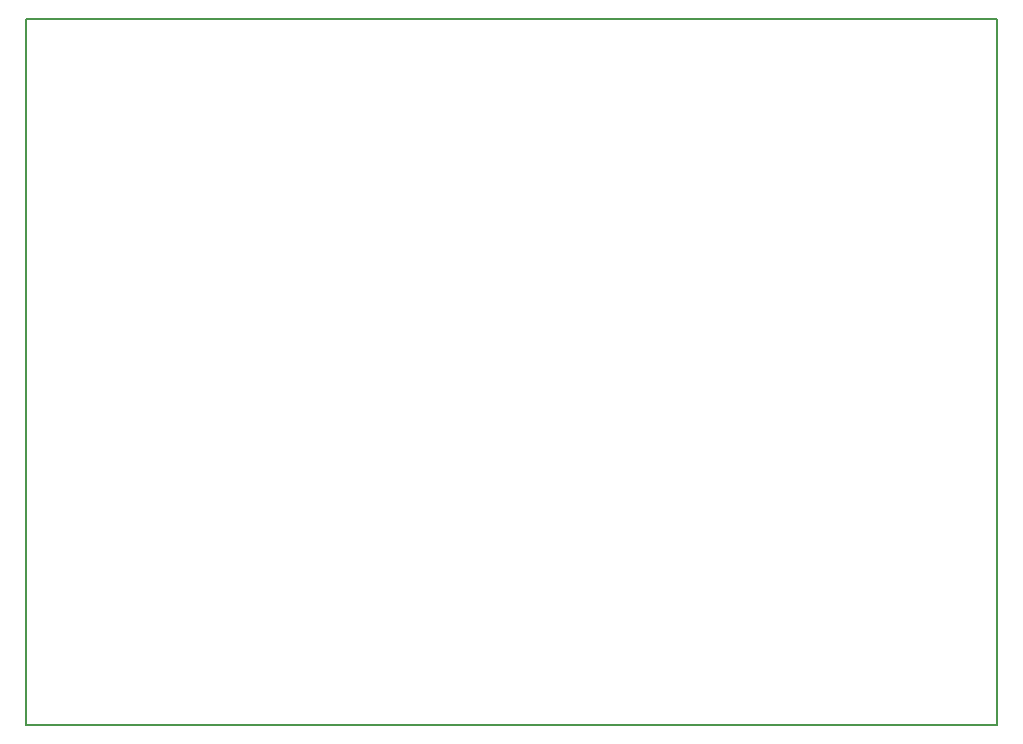
<source format=gm1>
G04 MADE WITH FRITZING*
G04 WWW.FRITZING.ORG*
G04 DOUBLE SIDED*
G04 HOLES PLATED*
G04 CONTOUR ON CENTER OF CONTOUR VECTOR*
%ASAXBY*%
%FSLAX23Y23*%
%MOIN*%
%OFA0B0*%
%SFA1.0B1.0*%
%ADD10R,3.246760X2.362170*%
%ADD11C,0.008000*%
%ADD10C,0.008*%
%LNCONTOUR*%
G90*
G70*
G54D10*
G54D11*
X4Y2358D02*
X3243Y2358D01*
X3243Y4D01*
X4Y4D01*
X4Y2358D01*
D02*
G04 End of contour*
M02*
</source>
